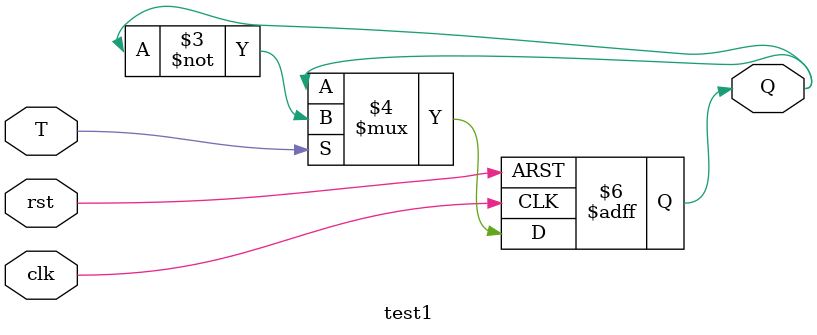
<source format=v>
`timescale 1ns / 1ps


module test1(
input T, clk, rst,
output reg Q
    );

always @(posedge clk or negedge rst)
begin
    if(!rst)
        Q <= 1'b0;
    else if(T)
        Q <= ~Q;
end
endmodule
</source>
